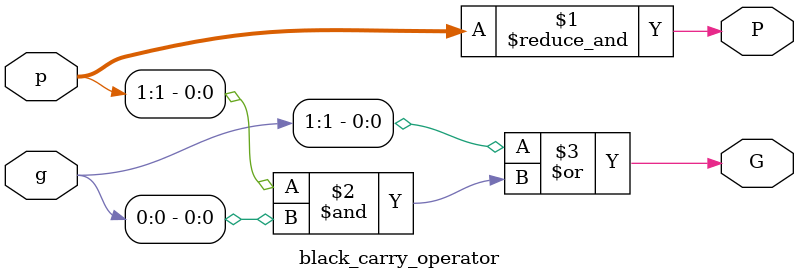
<source format=v>
`timescale 1ns / 1ps

// black cell: pg outputs
module black_carry_operator (
    input [1:0] p, g,           // g'', p'', g', p'
    output P, G
);

    assign P = &p;
    assign G = g[1] | (p[1] & g[0]);

endmodule

</source>
